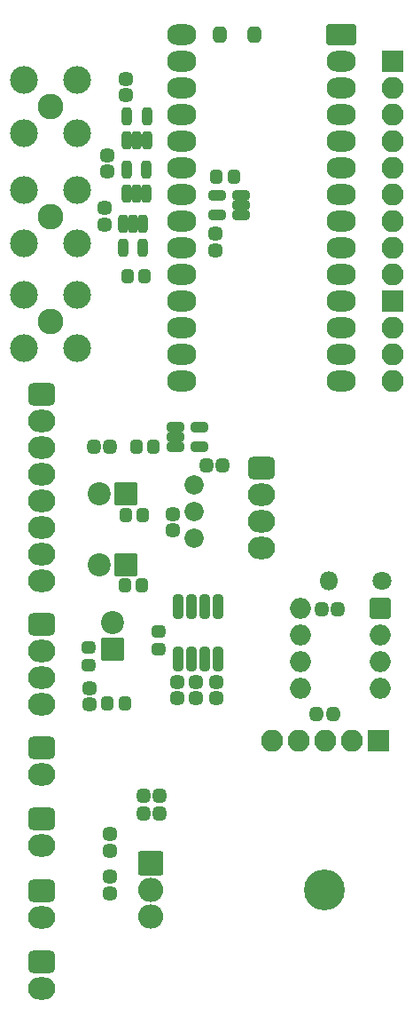
<source format=gbr>
%TF.GenerationSoftware,KiCad,Pcbnew,7.0.6-0*%
%TF.CreationDate,2023-12-30T17:34:11-06:00*%
%TF.ProjectId,fpga_adaptor,66706761-5f61-4646-9170-746f722e6b69,rev?*%
%TF.SameCoordinates,Original*%
%TF.FileFunction,Soldermask,Top*%
%TF.FilePolarity,Negative*%
%FSLAX46Y46*%
G04 Gerber Fmt 4.6, Leading zero omitted, Abs format (unit mm)*
G04 Created by KiCad (PCBNEW 7.0.6-0) date 2023-12-30 17:34:11*
%MOMM*%
%LPD*%
G01*
G04 APERTURE LIST*
G04 Aperture macros list*
%AMRoundRect*
0 Rectangle with rounded corners*
0 $1 Rounding radius*
0 $2 $3 $4 $5 $6 $7 $8 $9 X,Y pos of 4 corners*
0 Add a 4 corners polygon primitive as box body*
4,1,4,$2,$3,$4,$5,$6,$7,$8,$9,$2,$3,0*
0 Add four circle primitives for the rounded corners*
1,1,$1+$1,$2,$3*
1,1,$1+$1,$4,$5*
1,1,$1+$1,$6,$7*
1,1,$1+$1,$8,$9*
0 Add four rect primitives between the rounded corners*
20,1,$1+$1,$2,$3,$4,$5,0*
20,1,$1+$1,$4,$5,$6,$7,0*
20,1,$1+$1,$6,$7,$8,$9,0*
20,1,$1+$1,$8,$9,$2,$3,0*%
G04 Aperture macros list end*
%ADD10RoundRect,0.425000X-0.225000X-0.250000X0.225000X-0.250000X0.225000X0.250000X-0.225000X0.250000X0*%
%ADD11RoundRect,0.400000X0.200000X0.275000X-0.200000X0.275000X-0.200000X-0.275000X0.200000X-0.275000X0*%
%ADD12RoundRect,0.425000X0.225000X0.250000X-0.225000X0.250000X-0.225000X-0.250000X0.225000X-0.250000X0*%
%ADD13RoundRect,0.425000X0.250000X-0.225000X0.250000X0.225000X-0.250000X0.225000X-0.250000X-0.225000X0*%
%ADD14RoundRect,0.425000X-0.250000X0.225000X-0.250000X-0.225000X0.250000X-0.225000X0.250000X0.225000X0*%
%ADD15RoundRect,0.425000X-0.225000X-0.375000X0.225000X-0.375000X0.225000X0.375000X-0.225000X0.375000X0*%
%ADD16RoundRect,0.350000X-0.512500X-0.150000X0.512500X-0.150000X0.512500X0.150000X-0.512500X0.150000X0*%
%ADD17O,3.900000X3.900000*%
%ADD18RoundRect,0.200000X-1.000000X0.952500X-1.000000X-0.952500X1.000000X-0.952500X1.000000X0.952500X0*%
%ADD19O,2.400000X2.305000*%
%ADD20RoundRect,0.350000X0.150000X-0.512500X0.150000X0.512500X-0.150000X0.512500X-0.150000X-0.512500X0*%
%ADD21RoundRect,0.350000X-0.150000X0.825000X-0.150000X-0.825000X0.150000X-0.825000X0.150000X0.825000X0*%
%ADD22RoundRect,0.350000X-0.150000X0.512500X-0.150000X-0.512500X0.150000X-0.512500X0.150000X0.512500X0*%
%ADD23RoundRect,0.350000X0.512500X0.150000X-0.512500X0.150000X-0.512500X-0.150000X0.512500X-0.150000X0*%
%ADD24RoundRect,0.400000X-0.275000X0.200000X-0.275000X-0.200000X0.275000X-0.200000X0.275000X0.200000X0*%
%ADD25RoundRect,0.418750X0.218750X0.256250X-0.218750X0.256250X-0.218750X-0.256250X0.218750X-0.256250X0*%
%ADD26RoundRect,0.400000X-0.200000X-0.275000X0.200000X-0.275000X0.200000X0.275000X-0.200000X0.275000X0*%
%ADD27RoundRect,0.200000X0.900000X0.900000X-0.900000X0.900000X-0.900000X-0.900000X0.900000X-0.900000X0*%
%ADD28C,2.200000*%
%ADD29C,2.450000*%
%ADD30C,2.650000*%
%ADD31RoundRect,0.450000X-0.845000X0.620000X-0.845000X-0.620000X0.845000X-0.620000X0.845000X0.620000X0*%
%ADD32O,2.590000X2.140000*%
%ADD33RoundRect,0.200000X0.850000X-0.850000X0.850000X0.850000X-0.850000X0.850000X-0.850000X-0.850000X0*%
%ADD34O,2.100000X2.100000*%
%ADD35RoundRect,0.200000X0.800000X0.800000X-0.800000X0.800000X-0.800000X-0.800000X0.800000X-0.800000X0*%
%ADD36O,2.000000X2.000000*%
%ADD37RoundRect,0.200000X0.850000X0.850000X-0.850000X0.850000X-0.850000X-0.850000X0.850000X-0.850000X0*%
%ADD38RoundRect,0.200000X1.200000X0.800000X-1.200000X0.800000X-1.200000X-0.800000X1.200000X-0.800000X0*%
%ADD39O,2.800000X2.000000*%
%ADD40RoundRect,0.200000X0.900000X-0.900000X0.900000X0.900000X-0.900000X0.900000X-0.900000X-0.900000X0*%
%ADD41C,1.800000*%
%ADD42O,1.800000X1.800000*%
%ADD43C,1.840000*%
G04 APERTURE END LIST*
D10*
%TO.C,C12*%
X55975000Y-89250000D03*
X57525000Y-89250000D03*
%TD*%
D11*
%TO.C,R5*%
X49900000Y-94000000D03*
X48250000Y-94000000D03*
%TD*%
D12*
%TO.C,C16*%
X68500000Y-103000000D03*
X66950000Y-103000000D03*
%TD*%
D13*
%TO.C,C4*%
X46750000Y-130050000D03*
X46750000Y-128500000D03*
%TD*%
D14*
%TO.C,C14*%
X56905000Y-109925000D03*
X56905000Y-111475000D03*
%TD*%
D15*
%TO.C,D1*%
X57200000Y-48250000D03*
X60500000Y-48250000D03*
%TD*%
D16*
%TO.C,U7*%
X52975000Y-85600000D03*
X52975000Y-86550000D03*
X52975000Y-87500000D03*
X55250000Y-87500000D03*
X55250000Y-85600000D03*
%TD*%
D17*
%TO.C,U2*%
X67250000Y-129750000D03*
D18*
X50590000Y-127210000D03*
D19*
X50590000Y-129750000D03*
X50590000Y-132290000D03*
%TD*%
D20*
%TO.C,U4*%
X48300000Y-63387500D03*
X49250000Y-63387500D03*
X50200000Y-63387500D03*
X50200000Y-61112500D03*
X48300000Y-61112500D03*
%TD*%
D10*
%TO.C,C10*%
X45200000Y-87500000D03*
X46750000Y-87500000D03*
%TD*%
D11*
%TO.C,R6*%
X50900000Y-87500000D03*
X49250000Y-87500000D03*
%TD*%
D10*
%TO.C,C2*%
X49950000Y-120750000D03*
X51500000Y-120750000D03*
%TD*%
D14*
%TO.C,C3*%
X46750000Y-124450000D03*
X46750000Y-126000000D03*
%TD*%
D13*
%TO.C,C9*%
X56800000Y-68750000D03*
X56800000Y-67200000D03*
%TD*%
D21*
%TO.C,U8*%
X57060000Y-102750000D03*
X55790000Y-102750000D03*
X54520000Y-102750000D03*
X53250000Y-102750000D03*
X53250000Y-107700000D03*
X54520000Y-107700000D03*
X55790000Y-107700000D03*
X57060000Y-107700000D03*
%TD*%
D11*
%TO.C,R2*%
X50075000Y-71250000D03*
X48425000Y-71250000D03*
%TD*%
D14*
%TO.C,C11*%
X52750000Y-93950000D03*
X52750000Y-95500000D03*
%TD*%
D13*
%TO.C,C5*%
X48250000Y-54000000D03*
X48250000Y-52450000D03*
%TD*%
%TO.C,C6*%
X46500000Y-61275000D03*
X46500000Y-59725000D03*
%TD*%
D22*
%TO.C,U5*%
X49900000Y-66250000D03*
X48950000Y-66250000D03*
X48000000Y-66250000D03*
X48000000Y-68525000D03*
X49900000Y-68525000D03*
%TD*%
D23*
%TO.C,U6*%
X59250000Y-65400000D03*
X59250000Y-64450000D03*
X59250000Y-63500000D03*
X56975000Y-63500000D03*
X56975000Y-65400000D03*
%TD*%
D24*
%TO.C,R8*%
X44700000Y-106650000D03*
X44700000Y-108300000D03*
%TD*%
D25*
%TO.C,D5*%
X68075000Y-113000000D03*
X66500000Y-113000000D03*
%TD*%
D13*
%TO.C,C7*%
X44750000Y-112050000D03*
X44750000Y-110500000D03*
%TD*%
D14*
%TO.C,C15*%
X54905000Y-109925000D03*
X54905000Y-111475000D03*
%TD*%
D26*
%TO.C,R3*%
X56925000Y-61750000D03*
X58575000Y-61750000D03*
%TD*%
D14*
%TO.C,C13*%
X53155000Y-109925000D03*
X53155000Y-111475000D03*
%TD*%
D10*
%TO.C,C1*%
X49950000Y-122500000D03*
X51500000Y-122500000D03*
%TD*%
D11*
%TO.C,R4*%
X49790000Y-100750000D03*
X48140000Y-100750000D03*
%TD*%
%TO.C,R1*%
X48150000Y-112000000D03*
X46500000Y-112000000D03*
%TD*%
D24*
%TO.C,R7*%
X51405000Y-105150000D03*
X51405000Y-106800000D03*
%TD*%
D13*
%TO.C,C8*%
X46250000Y-66300000D03*
X46250000Y-64750000D03*
%TD*%
D20*
%TO.C,U3*%
X48350000Y-58250000D03*
X49300000Y-58250000D03*
X50250000Y-58250000D03*
X50250000Y-55975000D03*
X48350000Y-55975000D03*
%TD*%
D27*
%TO.C,D3*%
X48290000Y-92000000D03*
D28*
X45750000Y-92000000D03*
%TD*%
D29*
%TO.C,J8*%
X41040000Y-75540000D03*
D30*
X43580000Y-78080000D03*
X43580000Y-73000000D03*
X38500000Y-78080000D03*
X38500000Y-73000000D03*
%TD*%
D31*
%TO.C,J4*%
X40250000Y-136600000D03*
D32*
X40250000Y-139140000D03*
%TD*%
D33*
%TO.C,J11*%
X72410000Y-115500000D03*
D34*
X69870000Y-115500000D03*
X67330000Y-115500000D03*
X64790000Y-115500000D03*
X62250000Y-115500000D03*
%TD*%
D31*
%TO.C,J10*%
X61250000Y-89500000D03*
D32*
X61250000Y-92040000D03*
X61250000Y-94580000D03*
X61250000Y-97120000D03*
%TD*%
D31*
%TO.C,J1*%
X40250000Y-116230000D03*
D32*
X40250000Y-118770000D03*
%TD*%
D35*
%TO.C,U9*%
X72550000Y-102950000D03*
D36*
X72550000Y-105490000D03*
X72550000Y-108030000D03*
X72550000Y-110570000D03*
X64930000Y-110570000D03*
X64930000Y-108030000D03*
X64930000Y-105490000D03*
X64930000Y-102950000D03*
%TD*%
D31*
%TO.C,J9*%
X40250000Y-82500000D03*
D32*
X40250000Y-85040000D03*
X40250000Y-87580000D03*
X40250000Y-90120000D03*
X40250000Y-92660000D03*
X40250000Y-95200000D03*
X40250000Y-97740000D03*
X40250000Y-100280000D03*
%TD*%
D37*
%TO.C,J13*%
X73700000Y-73650000D03*
D34*
X73700000Y-76190000D03*
X73700000Y-78730000D03*
X73700000Y-81270000D03*
%TD*%
D29*
%TO.C,J5*%
X41040000Y-55040000D03*
D30*
X38500000Y-52500000D03*
X38500000Y-57580000D03*
X43580000Y-52500000D03*
X43580000Y-57580000D03*
%TD*%
D27*
%TO.C,D2*%
X48290000Y-98750000D03*
D28*
X45750000Y-98750000D03*
%TD*%
D38*
%TO.C,U1*%
X68850000Y-48250000D03*
D39*
X68850000Y-50790000D03*
X68850000Y-53330000D03*
X68850000Y-55870000D03*
X68850000Y-58410000D03*
X68850000Y-60950000D03*
X68850000Y-63490000D03*
X68850000Y-66030000D03*
X68850000Y-68570000D03*
X68850000Y-71110000D03*
X68850000Y-73650000D03*
X68850000Y-76190000D03*
X68850000Y-78730000D03*
X68850000Y-81270000D03*
X53610000Y-81270000D03*
X53610000Y-78730000D03*
X53610000Y-76190000D03*
X53610000Y-73650000D03*
X53610000Y-71110000D03*
X53610000Y-68570000D03*
X53610000Y-66030000D03*
X53610000Y-63490000D03*
X53610000Y-60950000D03*
X53610000Y-58410000D03*
X53610000Y-55870000D03*
X53610000Y-53330000D03*
X53610000Y-50790000D03*
X53610000Y-48250000D03*
%TD*%
D31*
%TO.C,J3*%
X40250000Y-123000000D03*
D32*
X40250000Y-125540000D03*
%TD*%
D31*
%TO.C,J2*%
X40250000Y-129830000D03*
D32*
X40250000Y-132370000D03*
%TD*%
D40*
%TO.C,D4*%
X46950000Y-106800000D03*
D28*
X46950000Y-104260000D03*
%TD*%
D41*
%TO.C,R9*%
X72750000Y-100250000D03*
D42*
X67670000Y-100250000D03*
%TD*%
D29*
%TO.C,J6*%
X41040000Y-65540000D03*
D30*
X43580000Y-68080000D03*
X43580000Y-63000000D03*
X38500000Y-68080000D03*
X38500000Y-63000000D03*
%TD*%
D37*
%TO.C,J12*%
X73700000Y-50780000D03*
D34*
X73700000Y-53320000D03*
X73700000Y-55860000D03*
X73700000Y-58400000D03*
X73700000Y-60940000D03*
X73700000Y-63480000D03*
X73700000Y-66020000D03*
X73700000Y-68560000D03*
X73700000Y-71100000D03*
%TD*%
D43*
%TO.C,RV1*%
X54750000Y-91170000D03*
X54750000Y-93710000D03*
X54750000Y-96250000D03*
%TD*%
D31*
%TO.C,J7*%
X40250000Y-104460000D03*
D32*
X40250000Y-107000000D03*
X40250000Y-109540000D03*
X40250000Y-112080000D03*
%TD*%
M02*

</source>
